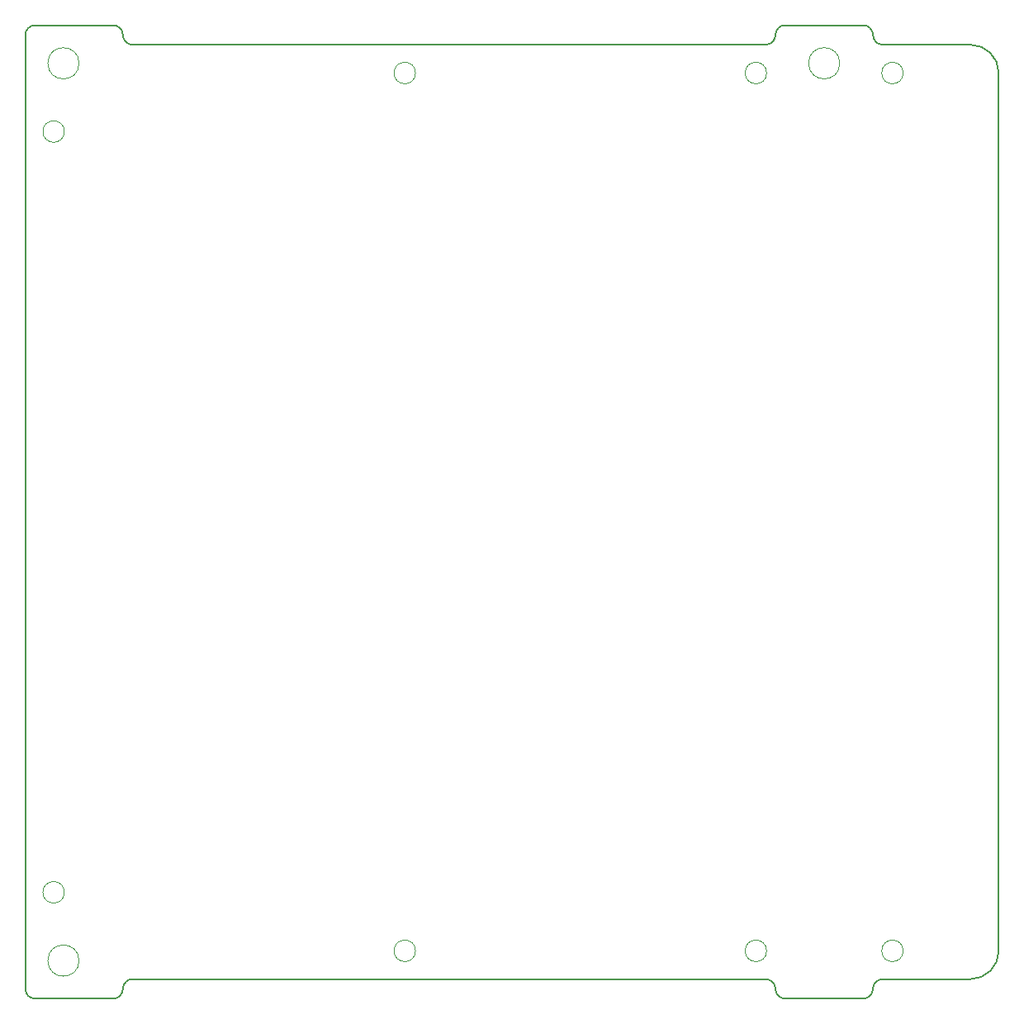
<source format=gbr>
%TF.GenerationSoftware,KiCad,Pcbnew,8.0.6-8.0.6-0~ubuntu24.04.1*%
%TF.CreationDate,2024-12-11T22:00:59+03:00*%
%TF.ProjectId,PM-DI16-DC24sink,504d2d44-4931-4362-9d44-43323473696e,rev?*%
%TF.SameCoordinates,Original*%
%TF.FileFunction,Profile,NP*%
%FSLAX46Y46*%
G04 Gerber Fmt 4.6, Leading zero omitted, Abs format (unit mm)*
G04 Created by KiCad (PCBNEW 8.0.6-8.0.6-0~ubuntu24.04.1) date 2024-12-11 22:00:59*
%MOMM*%
%LPD*%
G01*
G04 APERTURE LIST*
%TA.AperFunction,Profile*%
%ADD10C,0.200000*%
%TD*%
%TA.AperFunction,Profile*%
%ADD11C,0.050000*%
%TD*%
G04 APERTURE END LIST*
D10*
X27000000Y48900000D02*
G75*
G02*
X28000000Y49900000I1000000J0D01*
G01*
X-48900000Y-49900000D02*
G75*
G02*
X-49900000Y-48900000I0J1000000D01*
G01*
X49900000Y45000000D02*
X49900000Y-45000000D01*
X37000000Y-48900000D02*
G75*
G02*
X38000000Y-47900000I1000000J0D01*
G01*
X-38900000Y47900000D02*
X26000000Y47900000D01*
X37000000Y-48900000D02*
G75*
G02*
X36000000Y-49900000I-1000000J0D01*
G01*
X47000000Y47900000D02*
X38000000Y47900000D01*
X28000000Y-49900000D02*
G75*
G02*
X27000000Y-48900000I0J1000000D01*
G01*
X26000000Y-47900000D02*
X-38900000Y-47900000D01*
X38000000Y47900000D02*
G75*
G02*
X37000000Y48900000I0J1000000D01*
G01*
X-48900000Y49900000D02*
X-40900000Y49900000D01*
X-40900000Y49900000D02*
G75*
G02*
X-39900000Y48900000I0J-1000000D01*
G01*
X26000000Y-47900000D02*
G75*
G02*
X27000000Y-48900000I0J-1000000D01*
G01*
X38000000Y-47900000D02*
X47000000Y-47900000D01*
X-49900000Y48900000D02*
X-49900000Y-48900000D01*
X49900000Y-45000000D02*
G75*
G02*
X47000000Y-47900000I-2900000J0D01*
G01*
X47000000Y47900000D02*
G75*
G02*
X49900000Y45000000I0J-2900000D01*
G01*
X-38900000Y47900000D02*
G75*
G02*
X-39900000Y48900000I0J1000000D01*
G01*
X-49900000Y48900000D02*
G75*
G02*
X-48900000Y49900000I1000000J0D01*
G01*
X-39900000Y-48900000D02*
G75*
G02*
X-40900000Y-49900000I-1000000J0D01*
G01*
X-39900000Y-48900000D02*
G75*
G02*
X-38900000Y-47900000I1000000J0D01*
G01*
X36000000Y49900000D02*
X28000000Y49900000D01*
X36000000Y49900000D02*
G75*
G02*
X37000000Y48900000I0J-1000000D01*
G01*
X-48900000Y-49900000D02*
X-40900000Y-49900000D01*
X28000000Y-49900000D02*
X36000000Y-49900000D01*
X27000000Y48900000D02*
G75*
G02*
X26000000Y47900000I-1000000J0D01*
G01*
D11*
%TO.C,U11*%
X26100000Y45000000D02*
G75*
G02*
X23900000Y45000000I-1100000J0D01*
G01*
X23900000Y45000000D02*
G75*
G02*
X26100000Y45000000I1100000J0D01*
G01*
X26100000Y-45000000D02*
G75*
G02*
X23900000Y-45000000I-1100000J0D01*
G01*
X23900000Y-45000000D02*
G75*
G02*
X26100000Y-45000000I1100000J0D01*
G01*
X40100000Y45000000D02*
G75*
G02*
X37900000Y45000000I-1100000J0D01*
G01*
X37900000Y45000000D02*
G75*
G02*
X40100000Y45000000I1100000J0D01*
G01*
X40100000Y-45000000D02*
G75*
G02*
X37900000Y-45000000I-1100000J0D01*
G01*
X37900000Y-45000000D02*
G75*
G02*
X40100000Y-45000000I1100000J0D01*
G01*
%TO.C,U1*%
X-45900000Y39000000D02*
G75*
G02*
X-48100000Y39000000I-1100000J0D01*
G01*
X-48100000Y39000000D02*
G75*
G02*
X-45900000Y39000000I1100000J0D01*
G01*
X-45900000Y-39000000D02*
G75*
G02*
X-48100000Y-39000000I-1100000J0D01*
G01*
X-48100000Y-39000000D02*
G75*
G02*
X-45900000Y-39000000I1100000J0D01*
G01*
X-9900000Y45000000D02*
G75*
G02*
X-12100000Y45000000I-1100000J0D01*
G01*
X-12100000Y45000000D02*
G75*
G02*
X-9900000Y45000000I1100000J0D01*
G01*
X-9900000Y-45000000D02*
G75*
G02*
X-12100000Y-45000000I-1100000J0D01*
G01*
X-12100000Y-45000000D02*
G75*
G02*
X-9900000Y-45000000I1100000J0D01*
G01*
%TO.C,H3*%
X33600000Y46000000D02*
G75*
G02*
X30400000Y46000000I-1600000J0D01*
G01*
X30400000Y46000000D02*
G75*
G02*
X33600000Y46000000I1600000J0D01*
G01*
%TO.C,H2*%
X-44400000Y46000000D02*
G75*
G02*
X-47600000Y46000000I-1600000J0D01*
G01*
X-47600000Y46000000D02*
G75*
G02*
X-44400000Y46000000I1600000J0D01*
G01*
%TO.C,H1*%
X-44400000Y-46000000D02*
G75*
G02*
X-47600000Y-46000000I-1600000J0D01*
G01*
X-47600000Y-46000000D02*
G75*
G02*
X-44400000Y-46000000I1600000J0D01*
G01*
%TD*%
M02*

</source>
